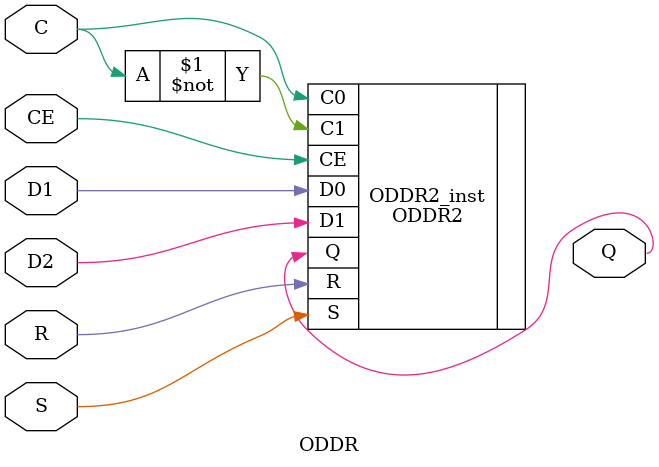
<source format=v>

module ODDR ( input wire D1, D2, 
              input wire C, CE, R, S,
              output wire Q );

ODDR2 ODDR2_inst (
  .Q(Q),   
  .C0(C),   
  .C1(~C),  
  .CE(CE), 
  .D0(D1), 
  .D1(D2), 
  .R(R),  
  .S(S)
);

endmodule

</source>
